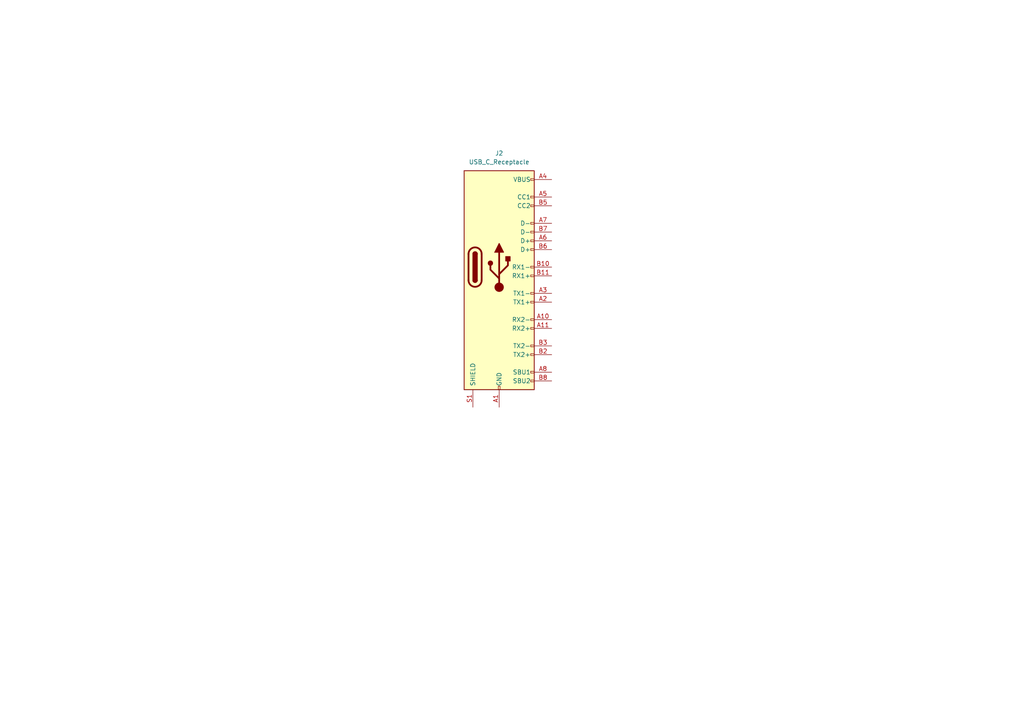
<source format=kicad_sch>
(kicad_sch (version 20231120) (generator "eeschema") (generator_version "8.0")
  (paper "A4")
  (lib_symbols
    (symbol "Connector:USB_C_Receptacle" (pin_names (offset 1.016))
      (property "Reference" "J" (at -10.16 29.21 0))
      (property "Value" "USB_C_Receptacle" (at 10.16 29.21 0))
      (symbol "USB_C_Receptacle_0_0"
        (rectangle (start -0.254 -35.56) (end 0.254 -34.544))
        (rectangle (start 10.16 -32.766) (end 9.144 -33.274))
        (rectangle (start 10.16 -30.226) (end 9.144 -30.734))
        (rectangle (start 10.16 -25.146) (end 9.144 -25.654))
        (rectangle (start 10.16 -22.606) (end 9.144 -23.114))
        (rectangle (start 10.16 -17.526) (end 9.144 -18.034))
        (rectangle (start 10.16 -14.986) (end 9.144 -15.494))
        (rectangle (start 10.16 -9.906) (end 9.144 -10.414))
        (rectangle (start 10.16 -7.366) (end 9.144 -7.874))
        (rectangle (start 10.16 -2.286) (end 9.144 -2.794))
        (rectangle (start 10.16 0.254) (end 9.144 -0.254))
        (rectangle (start 10.16 5.334) (end 9.144 4.826))
        (rectangle (start 10.16 7.874) (end 9.144 7.366))
        (rectangle (start 10.16 10.414) (end 9.144 9.906))
        (rectangle (start 10.16 12.954) (end 9.144 12.446))
        (rectangle (start 10.16 18.034) (end 9.144 17.526))
        (rectangle (start 10.16 20.574) (end 9.144 20.066))
        (rectangle (start 10.16 25.654) (end 9.144 25.146))
      )
      (symbol "USB_C_Receptacle_0_1"
        (rectangle (start -10.16 27.94) (end 10.16 -35.56) (stroke (width 0.254)) (fill (type background)))
        (arc (start -8.89 -3.81) (mid -6.985 -5.7067) (end -5.08 -3.81) (stroke (width 0.508)))
        (arc (start -7.62 -3.81) (mid -6.985 -4.4423) (end -6.35 -3.81) (stroke (width 0.254)))
        (arc (start -7.62 -3.81) (mid -6.985 -4.4423) (end -6.35 -3.81) (stroke (width 0.254)) (fill (type outline)))
        (rectangle (start -7.62 -3.81) (end -6.35 3.81) (stroke (width 0.254)) (fill (type outline)))
        (arc (start -6.35 3.81) (mid -6.985 4.4423) (end -7.62 3.81) (stroke (width 0.254)))
        (arc (start -6.35 3.81) (mid -6.985 4.4423) (end -7.62 3.81) (stroke (width 0.254)) (fill (type outline)))
        (arc (start -5.08 3.81) (mid -6.985 5.7067) (end -8.89 3.81) (stroke (width 0.508)))
        (polyline (pts (xy -8.89 -3.81) (xy -8.89 3.81)) (stroke (width 0.508)))
        (polyline (pts (xy -5.08 3.81) (xy -5.08 -3.81)) (stroke (width 0.508)))
      )
      (symbol "USB_C_Receptacle_1_1"
        (circle (center -2.54 1.143) (radius 0.635) (stroke (width 0.254)) (fill (type outline)))
        (circle (center 0 -5.842) (radius 1.27) (fill (type outline)))
        (polyline (pts (xy 0 -5.842) (xy 0 4.318)) (stroke (width 0.508)))
        (polyline (pts (xy 0 -3.302) (xy -2.54 -0.762) (xy -2.54 0.508)) (stroke (width 0.508)))
        (polyline (pts (xy 0 -2.032) (xy 2.54 0.508) (xy 2.54 1.778)) (stroke (width 0.508)))
        (polyline (pts (xy -1.27 4.318) (xy 0 6.858) (xy 1.27 4.318) (xy -1.27 4.318)) (stroke (width 0.254)) (fill (type outline)))
        (rectangle (start 1.905 1.778) (end 3.175 3.048) (stroke (width 0.254)) (fill (type outline)))
        (pin passive line (at 0 -40.64 90) (length 5.08) (name "GND") (number "A1"))
        (pin bidirectional line (at 15.24 -15.24 180) (length 5.08) (name "RX2-") (number "A10"))
        (pin bidirectional line (at 15.24 -17.78 180) (length 5.08) (name "RX2+") (number "A11"))
        (pin passive line (at 0 -40.64 90) (length 5.08) hide (name "GND") (number "A12"))
        (pin bidirectional line (at 15.24 -10.16 180) (length 5.08) (name "TX1+") (number "A2"))
        (pin bidirectional line (at 15.24 -7.62 180) (length 5.08) (name "TX1-") (number "A3"))
        (pin passive line (at 15.24 25.4 180) (length 5.08) (name "VBUS") (number "A4"))
        (pin bidirectional line (at 15.24 20.32 180) (length 5.08) (name "CC1") (number "A5"))
        (pin bidirectional line (at 15.24 7.62 180) (length 5.08) (name "D+") (number "A6"))
        (pin bidirectional line (at 15.24 12.7 180) (length 5.08) (name "D-") (number "A7"))
        (pin bidirectional line (at 15.24 -30.48 180) (length 5.08) (name "SBU1") (number "A8"))
        (pin passive line (at 15.24 25.4 180) (length 5.08) hide (name "VBUS") (number "A9"))
        (pin passive line (at 0 -40.64 90) (length 5.08) hide (name "GND") (number "B1"))
        (pin bidirectional line (at 15.24 0 180) (length 5.08) (name "RX1-") (number "B10"))
        (pin bidirectional line (at 15.24 -2.54 180) (length 5.08) (name "RX1+") (number "B11"))
        (pin passive line (at 0 -40.64 90) (length 5.08) hide (name "GND") (number "B12"))
        (pin bidirectional line (at 15.24 -25.4 180) (length 5.08) (name "TX2+") (number "B2"))
        (pin bidirectional line (at 15.24 -22.86 180) (length 5.08) (name "TX2-") (number "B3"))
        (pin passive line (at 15.24 25.4 180) (length 5.08) hide (name "VBUS") (number "B4"))
        (pin bidirectional line (at 15.24 17.78 180) (length 5.08) (name "CC2") (number "B5"))
        (pin bidirectional line (at 15.24 5.08 180) (length 5.08) (name "D+") (number "B6"))
        (pin bidirectional line (at 15.24 10.16 180) (length 5.08) (name "D-") (number "B7"))
        (pin bidirectional line (at 15.24 -33.02 180) (length 5.08) (name "SBU2") (number "B8"))
        (pin passive line (at 15.24 25.4 180) (length 5.08) hide (name "VBUS") (number "B9"))
        (pin passive line (at -7.62 -40.64 90) (length 5.08) (name "SHIELD") (number "S1"))
      )
    )
  )
  (symbol (lib_id "Connector:USB_C_Receptacle") (at 144.78 77.47 0) (unit 1)
    (property "Reference" "J2" (at 144.78 44.45 0))
    (property "Value" "USB_C_Receptacle" (at 144.78 46.99 0))
    (property "Datasheet" "https://www.usb.org/sites/default/files/documents/usb_type-c.zip" (effects (hide yes)))
    (property "Description" "USB Full-Featured Type-C Receptacle connector" (effects (hide yes)))
  )
)
</source>
